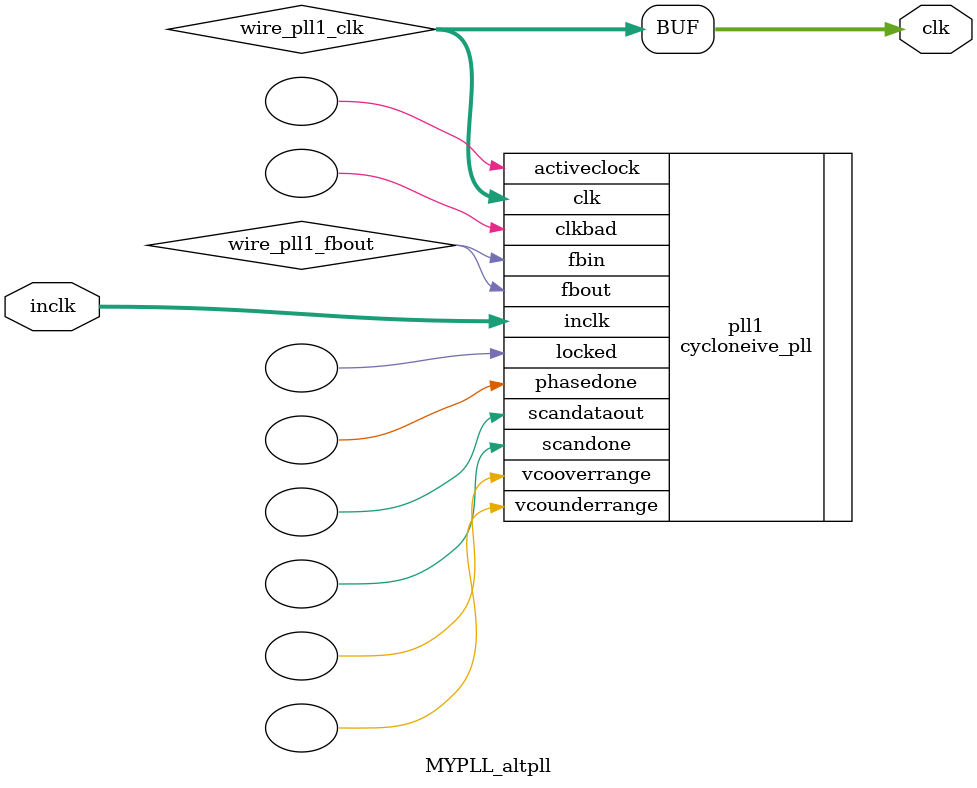
<source format=v>






//synthesis_resources = cycloneive_pll 1 
//synopsys translate_off
`timescale 1 ps / 1 ps
//synopsys translate_on
module  MYPLL_altpll
	( 
	clk,
	inclk) /* synthesis synthesis_clearbox=1 */;
	output   [4:0]  clk;
	input   [1:0]  inclk;
`ifndef ALTERA_RESERVED_QIS
// synopsys translate_off
`endif
	tri0   [1:0]  inclk;
`ifndef ALTERA_RESERVED_QIS
// synopsys translate_on
`endif

	wire  [4:0]   wire_pll1_clk;
	wire  wire_pll1_fbout;

	cycloneive_pll   pll1
	( 
	.activeclock(),
	.clk(wire_pll1_clk),
	.clkbad(),
	.fbin(wire_pll1_fbout),
	.fbout(wire_pll1_fbout),
	.inclk(inclk),
	.locked(),
	.phasedone(),
	.scandataout(),
	.scandone(),
	.vcooverrange(),
	.vcounderrange()
	`ifndef FORMAL_VERIFICATION
	// synopsys translate_off
	`endif
	,
	.areset(1'b0),
	.clkswitch(1'b0),
	.configupdate(1'b0),
	.pfdena(1'b1),
	.phasecounterselect({3{1'b0}}),
	.phasestep(1'b0),
	.phaseupdown(1'b0),
	.scanclk(1'b0),
	.scanclkena(1'b1),
	.scandata(1'b0)
	`ifndef FORMAL_VERIFICATION
	// synopsys translate_on
	`endif
	);
	defparam
		pll1.bandwidth_type = "auto",
		pll1.clk0_divide_by = 1,
		pll1.clk0_duty_cycle = 50,
		pll1.clk0_multiply_by = 3,
		pll1.clk0_phase_shift = "0",
		pll1.clk1_divide_by = 293,
		pll1.clk1_duty_cycle = 50,
		pll1.clk1_multiply_by = 6,
		pll1.clk1_phase_shift = "0",
		pll1.compensate_clock = "clk0",
		pll1.inclk0_input_frequency = 20000,
		pll1.operation_mode = "normal",
		pll1.pll_type = "auto",
		pll1.lpm_type = "cycloneive_pll";
	assign
		clk = {wire_pll1_clk[4:0]};
endmodule //MYPLL_altpll
//VALID FILE

</source>
